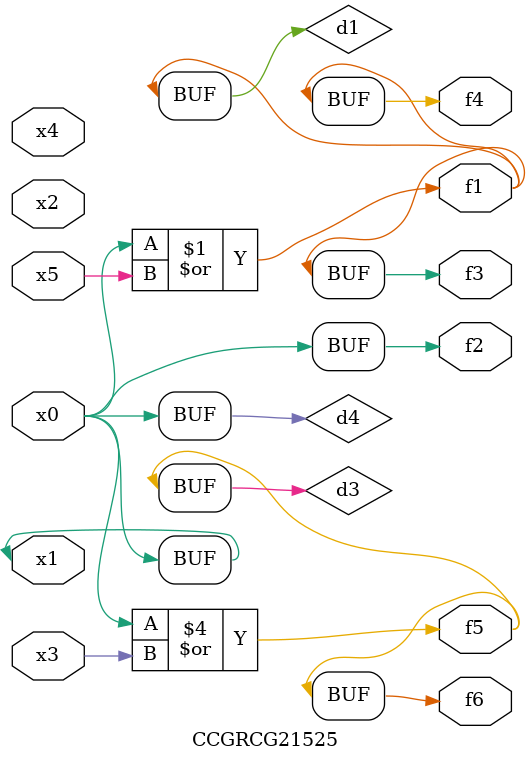
<source format=v>
module CCGRCG21525(
	input x0, x1, x2, x3, x4, x5,
	output f1, f2, f3, f4, f5, f6
);

	wire d1, d2, d3, d4;

	or (d1, x0, x5);
	xnor (d2, x1, x4);
	or (d3, x0, x3);
	buf (d4, x0, x1);
	assign f1 = d1;
	assign f2 = d4;
	assign f3 = d1;
	assign f4 = d1;
	assign f5 = d3;
	assign f6 = d3;
endmodule

</source>
